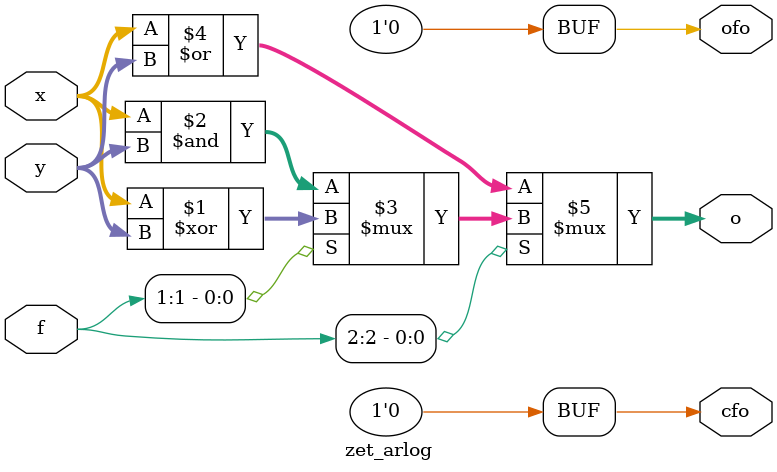
<source format=v>
/*
 *  Arithmetic and logical operations for Zet
 *  Copyright (C) 2008-2010  Zeus Gomez Marmolejo <zeus@aluzina.org>
 *
 *  This file is part of the Zet processor. This processor is free
 *  hardware; you can redistribute it and/or modify it under the terms of
 *  the GNU General Public License as published by the Free Software
 *  Foundation; either version 3, or (at your option) any later version.
 *
 *  Zet is distrubuted in the hope that it will be useful, but WITHOUT
 *  ANY WARRANTY; without even the implied warranty of MERCHANTABILITY
 *  or FITNESS FOR A PARTICULAR PURPOSE. See the GNU General Public
 *  License for more details.
 *
 *  You should have received a copy of the GNU General Public License
 *  along with Zet; see the file COPYING. If not, see
 *  <http://www.gnu.org/licenses/>.
 */

module zet_arlog (
    input  [15:0] x,
    input  [15:0] y,
    input  [ 2:0] f,
    output [15:0] o,
    output        cfo,
    output        ofo
  );

  // Assignemnts
  assign o   = f[2] ? (f[1] ? x^y : x&y) : x|y;

  assign cfo = 1'b0;
  assign ofo = 1'b0;

endmodule

</source>
